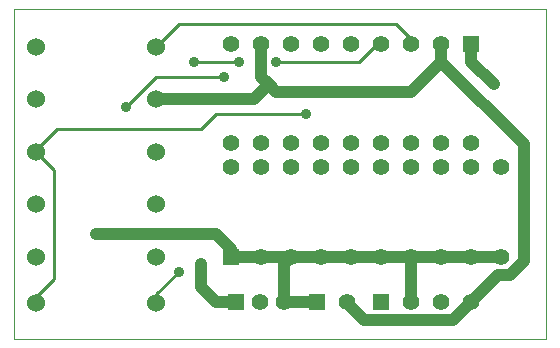
<source format=gbl>
G04 (created by PCBNEW (2013-05-31 BZR 4019)-stable) date 3/12/2014 4:46:27 PM*
%MOIN*%
G04 Gerber Fmt 3.4, Leading zero omitted, Abs format*
%FSLAX34Y34*%
G01*
G70*
G90*
G04 APERTURE LIST*
%ADD10C,0.00590551*%
%ADD11C,0.00393701*%
%ADD12R,0.055X0.055*%
%ADD13C,0.055*%
%ADD14C,0.06*%
%ADD15C,0.035*%
%ADD16C,0.0393701*%
%ADD17C,0.01*%
G04 APERTURE END LIST*
G54D10*
G54D11*
X24000Y-10750D02*
X6250Y-10750D01*
X24000Y-10750D02*
X24000Y-21750D01*
X6250Y-21750D02*
X24000Y-21750D01*
X6250Y-10750D02*
X6250Y-21750D01*
G54D12*
X21500Y-11900D03*
G54D13*
X20500Y-11900D03*
X19500Y-11900D03*
X18500Y-11900D03*
X17500Y-11900D03*
X16500Y-11900D03*
X15500Y-11900D03*
X14500Y-11900D03*
X13500Y-11900D03*
X13500Y-15200D03*
X14500Y-15200D03*
X15500Y-15200D03*
X16500Y-15200D03*
X17500Y-15200D03*
X18500Y-15200D03*
X19500Y-15200D03*
X20500Y-15200D03*
X21500Y-15200D03*
G54D12*
X13650Y-20500D03*
G54D13*
X14450Y-20500D03*
X15250Y-20500D03*
G54D12*
X13500Y-19000D03*
G54D13*
X14500Y-19000D03*
X15500Y-19000D03*
X16500Y-19000D03*
X17500Y-19000D03*
X18500Y-19000D03*
X19500Y-19000D03*
X20500Y-19000D03*
X21500Y-19000D03*
X22500Y-19000D03*
X22500Y-16000D03*
X21500Y-16000D03*
X20500Y-16000D03*
X19500Y-16000D03*
X18500Y-16000D03*
X17500Y-16000D03*
X16500Y-16000D03*
X15500Y-16000D03*
X14500Y-16000D03*
X13500Y-16000D03*
G54D14*
X7000Y-13750D03*
X11000Y-13750D03*
X11000Y-17250D03*
X7000Y-17250D03*
X11000Y-20550D03*
X7000Y-20550D03*
X7000Y-15500D03*
X11000Y-15500D03*
X11000Y-12000D03*
X7000Y-12000D03*
X7000Y-19000D03*
X11000Y-19000D03*
G54D12*
X18500Y-20500D03*
G54D13*
X19500Y-20500D03*
X20500Y-20500D03*
X21500Y-20500D03*
G54D12*
X16350Y-20500D03*
G54D13*
X17350Y-20500D03*
G54D15*
X9000Y-18250D03*
X10000Y-14000D03*
X13250Y-13000D03*
X15000Y-12500D03*
X13750Y-12500D03*
X12250Y-12500D03*
X12500Y-19250D03*
X22250Y-13250D03*
X16000Y-14250D03*
X11750Y-19500D03*
G54D16*
X16350Y-20500D02*
X15250Y-20500D01*
X13500Y-19000D02*
X13500Y-18750D01*
X13000Y-18250D02*
X9000Y-18250D01*
X13500Y-18750D02*
X13000Y-18250D01*
X19500Y-20500D02*
X19500Y-19000D01*
X15250Y-20500D02*
X15250Y-19250D01*
X15250Y-19250D02*
X15500Y-19000D01*
G54D17*
X19500Y-11900D02*
X19500Y-11750D01*
X19500Y-11750D02*
X19000Y-11250D01*
X19000Y-11250D02*
X11750Y-11250D01*
X11750Y-11250D02*
X11000Y-12000D01*
G54D16*
X19500Y-19000D02*
X13500Y-19000D01*
X19500Y-19000D02*
X22500Y-19000D01*
G54D17*
X14500Y-19000D02*
X13500Y-19000D01*
X15500Y-19000D02*
X14500Y-19000D01*
X16500Y-19000D02*
X15500Y-19000D01*
X17500Y-19000D02*
X16500Y-19000D01*
X18500Y-19000D02*
X17500Y-19000D01*
X19500Y-19000D02*
X18500Y-19000D01*
X21500Y-19000D02*
X22500Y-19000D01*
X20500Y-19000D02*
X21500Y-19000D01*
X19500Y-19000D02*
X20500Y-19000D01*
G54D16*
X17350Y-20500D02*
X17350Y-20550D01*
X20875Y-21125D02*
X21500Y-20500D01*
X17925Y-21125D02*
X20875Y-21125D01*
X17350Y-20550D02*
X17925Y-21125D01*
X21500Y-20500D02*
X22400Y-19600D01*
X23250Y-15250D02*
X20500Y-12500D01*
X23250Y-19150D02*
X23250Y-15250D01*
X22800Y-19600D02*
X23250Y-19150D01*
X22400Y-19600D02*
X22800Y-19600D01*
X11000Y-13750D02*
X14250Y-13750D01*
X14250Y-13750D02*
X14750Y-13250D01*
X15750Y-13500D02*
X15000Y-13500D01*
X15000Y-13500D02*
X14750Y-13250D01*
X20500Y-12500D02*
X19500Y-13500D01*
X15750Y-13500D02*
X19500Y-13500D01*
X14500Y-12250D02*
X14500Y-11900D01*
X14750Y-13250D02*
X14500Y-13000D01*
X14500Y-13000D02*
X14500Y-12250D01*
X20500Y-12500D02*
X20500Y-11900D01*
G54D17*
X10250Y-13750D02*
X10000Y-14000D01*
X11000Y-13000D02*
X10250Y-13750D01*
X13250Y-13000D02*
X11000Y-13000D01*
X18350Y-11900D02*
X18500Y-11900D01*
X17750Y-12500D02*
X18350Y-11900D01*
X15000Y-12500D02*
X17750Y-12500D01*
X12250Y-12500D02*
X13750Y-12500D01*
G54D16*
X13000Y-20500D02*
X13650Y-20500D01*
X12500Y-20000D02*
X13000Y-20500D01*
X12500Y-19250D02*
X12500Y-20000D01*
X21500Y-12500D02*
X21500Y-11900D01*
X22250Y-13250D02*
X21500Y-12500D01*
G54D17*
X7000Y-15500D02*
X7000Y-15450D01*
X9750Y-14750D02*
X12500Y-14750D01*
X12500Y-14750D02*
X13000Y-14250D01*
X13000Y-14250D02*
X16000Y-14250D01*
X7700Y-14750D02*
X9750Y-14750D01*
X7000Y-15450D02*
X7700Y-14750D01*
X7000Y-20550D02*
X7000Y-20350D01*
X7600Y-16100D02*
X7000Y-15500D01*
X7600Y-19750D02*
X7600Y-16100D01*
X7000Y-20350D02*
X7600Y-19750D01*
X11000Y-20250D02*
X11000Y-20550D01*
X11750Y-19500D02*
X11000Y-20250D01*
M02*

</source>
